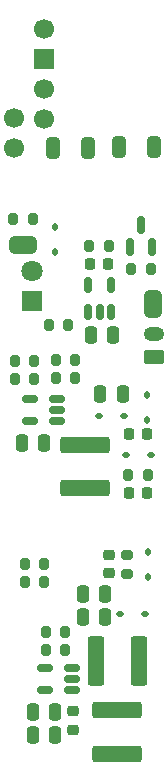
<source format=gbr>
%TF.GenerationSoftware,KiCad,Pcbnew,9.0.5*%
%TF.CreationDate,2025-10-29T22:06:58+01:00*%
%TF.ProjectId,GB_DMG_PSU,47425f44-4d47-45f5-9053-552e6b696361,rev?*%
%TF.SameCoordinates,Original*%
%TF.FileFunction,Soldermask,Top*%
%TF.FilePolarity,Negative*%
%FSLAX46Y46*%
G04 Gerber Fmt 4.6, Leading zero omitted, Abs format (unit mm)*
G04 Created by KiCad (PCBNEW 9.0.5) date 2025-10-29 22:06:58*
%MOMM*%
%LPD*%
G01*
G04 APERTURE LIST*
G04 Aperture macros list*
%AMRoundRect*
0 Rectangle with rounded corners*
0 $1 Rounding radius*
0 $2 $3 $4 $5 $6 $7 $8 $9 X,Y pos of 4 corners*
0 Add a 4 corners polygon primitive as box body*
4,1,4,$2,$3,$4,$5,$6,$7,$8,$9,$2,$3,0*
0 Add four circle primitives for the rounded corners*
1,1,$1+$1,$2,$3*
1,1,$1+$1,$4,$5*
1,1,$1+$1,$6,$7*
1,1,$1+$1,$8,$9*
0 Add four rect primitives between the rounded corners*
20,1,$1+$1,$2,$3,$4,$5,0*
20,1,$1+$1,$4,$5,$6,$7,0*
20,1,$1+$1,$6,$7,$8,$9,0*
20,1,$1+$1,$8,$9,$2,$3,0*%
%AMFreePoly0*
4,1,23,0.500000,-0.750000,0.000000,-0.750000,0.000000,-0.745722,-0.065263,-0.745722,-0.191342,-0.711940,-0.304381,-0.646677,-0.396677,-0.554381,-0.461940,-0.441342,-0.495722,-0.315263,-0.495722,-0.250000,-0.500000,-0.250000,-0.500000,0.250000,-0.495722,0.250000,-0.495722,0.315263,-0.461940,0.441342,-0.396677,0.554381,-0.304381,0.646677,-0.191342,0.711940,-0.065263,0.745722,0.000000,0.745722,
0.000000,0.750000,0.500000,0.750000,0.500000,-0.750000,0.500000,-0.750000,$1*%
%AMFreePoly1*
4,1,23,0.000000,0.745722,0.065263,0.745722,0.191342,0.711940,0.304381,0.646677,0.396677,0.554381,0.461940,0.441342,0.495722,0.315263,0.495722,0.250000,0.500000,0.250000,0.500000,-0.250000,0.495722,-0.250000,0.495722,-0.315263,0.461940,-0.441342,0.396677,-0.554381,0.304381,-0.646677,0.191342,-0.711940,0.065263,-0.745722,0.000000,-0.745722,0.000000,-0.750000,-0.500000,-0.750000,
-0.500000,0.750000,0.000000,0.750000,0.000000,0.745722,0.000000,0.745722,$1*%
G04 Aperture macros list end*
%ADD10RoundRect,0.250000X0.250000X0.475000X-0.250000X0.475000X-0.250000X-0.475000X0.250000X-0.475000X0*%
%ADD11RoundRect,0.225000X-0.225000X-0.250000X0.225000X-0.250000X0.225000X0.250000X-0.225000X0.250000X0*%
%ADD12RoundRect,0.112500X-0.112500X0.187500X-0.112500X-0.187500X0.112500X-0.187500X0.112500X0.187500X0*%
%ADD13RoundRect,0.112500X0.112500X-0.187500X0.112500X0.187500X-0.112500X0.187500X-0.112500X-0.187500X0*%
%ADD14RoundRect,0.200000X-0.200000X-0.275000X0.200000X-0.275000X0.200000X0.275000X-0.200000X0.275000X0*%
%ADD15RoundRect,0.112500X-0.187500X-0.112500X0.187500X-0.112500X0.187500X0.112500X-0.187500X0.112500X0*%
%ADD16RoundRect,0.249999X1.850001X-0.450001X1.850001X0.450001X-1.850001X0.450001X-1.850001X-0.450001X0*%
%ADD17C,1.700000*%
%ADD18RoundRect,0.250000X-0.325000X-0.650000X0.325000X-0.650000X0.325000X0.650000X-0.325000X0.650000X0*%
%ADD19RoundRect,0.250000X-0.250000X-0.475000X0.250000X-0.475000X0.250000X0.475000X-0.250000X0.475000X0*%
%ADD20RoundRect,0.150000X0.150000X-0.587500X0.150000X0.587500X-0.150000X0.587500X-0.150000X-0.587500X0*%
%ADD21RoundRect,0.200000X0.200000X0.275000X-0.200000X0.275000X-0.200000X-0.275000X0.200000X-0.275000X0*%
%ADD22RoundRect,0.249999X0.450001X1.850001X-0.450001X1.850001X-0.450001X-1.850001X0.450001X-1.850001X0*%
%ADD23R,1.700000X1.700000*%
%ADD24RoundRect,0.225000X0.250000X-0.225000X0.250000X0.225000X-0.250000X0.225000X-0.250000X-0.225000X0*%
%ADD25R,1.800000X1.800000*%
%ADD26C,1.800000*%
%ADD27RoundRect,0.200000X-0.275000X0.200000X-0.275000X-0.200000X0.275000X-0.200000X0.275000X0.200000X0*%
%ADD28RoundRect,0.225000X-0.250000X0.225000X-0.250000X-0.225000X0.250000X-0.225000X0.250000X0.225000X0*%
%ADD29RoundRect,0.150000X0.512500X0.150000X-0.512500X0.150000X-0.512500X-0.150000X0.512500X-0.150000X0*%
%ADD30RoundRect,0.225000X0.225000X0.250000X-0.225000X0.250000X-0.225000X-0.250000X0.225000X-0.250000X0*%
%ADD31RoundRect,0.112500X0.187500X0.112500X-0.187500X0.112500X-0.187500X-0.112500X0.187500X-0.112500X0*%
%ADD32FreePoly0,0.000000*%
%ADD33FreePoly1,0.000000*%
%ADD34FreePoly0,270.000000*%
%ADD35FreePoly1,270.000000*%
%ADD36RoundRect,0.150000X0.150000X-0.512500X0.150000X0.512500X-0.150000X0.512500X-0.150000X-0.512500X0*%
%ADD37RoundRect,0.250000X0.625000X-0.350000X0.625000X0.350000X-0.625000X0.350000X-0.625000X-0.350000X0*%
%ADD38O,1.750000X1.200000*%
G04 APERTURE END LIST*
%TO.C,JP1*%
G36*
X71350000Y-44750000D02*
G01*
X71650000Y-44750000D01*
X71650000Y-46250000D01*
X71350000Y-46250000D01*
X71350000Y-44750000D01*
G37*
%TO.C,JP2*%
G36*
X83250000Y-50350000D02*
G01*
X81750000Y-50350000D01*
X81750000Y-50650000D01*
X83250000Y-50650000D01*
X83250000Y-50350000D01*
G37*
%TD*%
D10*
%TO.C,C14*%
X79950000Y-58100000D03*
X78050000Y-58100000D03*
%TD*%
D11*
%TO.C,C15*%
X80475000Y-66500000D03*
X82025000Y-66500000D03*
%TD*%
D12*
%TO.C,D7*%
X82050000Y-71475000D03*
X82050000Y-73575000D03*
%TD*%
D13*
%TO.C,D3*%
X74250000Y-46050000D03*
X74250000Y-43950000D03*
%TD*%
D14*
%TO.C,R9*%
X70808348Y-55345826D03*
X72458348Y-55345826D03*
%TD*%
D15*
%TO.C,D1*%
X79700000Y-76750000D03*
X81800000Y-76750000D03*
%TD*%
D16*
%TO.C,L5*%
X76750000Y-66100000D03*
X76750000Y-62400000D03*
%TD*%
D17*
%TO.C,J4*%
X70750000Y-37250000D03*
%TD*%
D18*
%TO.C,C3*%
X79625000Y-37200000D03*
X82575000Y-37200000D03*
%TD*%
D19*
%TO.C,C12*%
X71416652Y-62250000D03*
X73316652Y-62250000D03*
%TD*%
D10*
%TO.C,C4*%
X78450000Y-75000000D03*
X76550000Y-75000000D03*
%TD*%
D11*
%TO.C,C13*%
X80475000Y-61500000D03*
X82025000Y-61500000D03*
%TD*%
D14*
%TO.C,R4*%
X73675000Y-52250000D03*
X75325000Y-52250000D03*
%TD*%
D20*
%TO.C,Q1*%
X80550000Y-45687500D03*
X82450000Y-45687500D03*
X81500000Y-43812500D03*
%TD*%
D21*
%TO.C,R5*%
X82325000Y-47500000D03*
X80675000Y-47500000D03*
%TD*%
D22*
%TO.C,L4*%
X81350000Y-80750000D03*
X77650000Y-80750000D03*
%TD*%
D18*
%TO.C,C10*%
X74025000Y-37250000D03*
X76975000Y-37250000D03*
%TD*%
D17*
%TO.C,J2*%
X73250000Y-34810000D03*
X73250000Y-32270000D03*
D23*
X73250000Y-29730000D03*
D17*
X73250000Y-27190000D03*
%TD*%
D14*
%TO.C,RV1*%
X70675000Y-43250000D03*
X72325000Y-43250000D03*
%TD*%
D24*
%TO.C,C5*%
X78800000Y-73300000D03*
X78800000Y-71750000D03*
%TD*%
D25*
%TO.C,D2*%
X72250000Y-50270000D03*
D26*
X72250000Y-47730000D03*
%TD*%
D17*
%TO.C,J1*%
X70750000Y-34750000D03*
%TD*%
D14*
%TO.C,R12*%
X74291652Y-56750000D03*
X75941652Y-56750000D03*
%TD*%
D19*
%TO.C,C16*%
X77250000Y-53100000D03*
X79150000Y-53100000D03*
%TD*%
D14*
%TO.C,R8*%
X71675000Y-72500000D03*
X73325000Y-72500000D03*
%TD*%
D27*
%TO.C,R14*%
X80300000Y-71700000D03*
X80300000Y-73350000D03*
%TD*%
D28*
%TO.C,C9*%
X75750000Y-84975000D03*
X75750000Y-86525000D03*
%TD*%
D29*
%TO.C,U3*%
X75637500Y-83200000D03*
X75637500Y-82250000D03*
X75637500Y-81300000D03*
X73362500Y-81300000D03*
X73362500Y-83200000D03*
%TD*%
D14*
%TO.C,R1*%
X73425000Y-79750000D03*
X75075000Y-79750000D03*
%TD*%
D29*
%TO.C,U2*%
X74391652Y-60400000D03*
X74391652Y-59450000D03*
X74391652Y-58500000D03*
X72116652Y-58500000D03*
X72116652Y-60400000D03*
%TD*%
D19*
%TO.C,C11*%
X72350000Y-85000000D03*
X74250000Y-85000000D03*
%TD*%
D21*
%TO.C,R7*%
X75075000Y-78250000D03*
X73425000Y-78250000D03*
%TD*%
D30*
%TO.C,C18*%
X78725000Y-47112500D03*
X77175000Y-47112500D03*
%TD*%
D10*
%TO.C,C2*%
X78450000Y-77000000D03*
X76550000Y-77000000D03*
%TD*%
D14*
%TO.C,R13*%
X80425000Y-65000000D03*
X82075000Y-65000000D03*
%TD*%
D31*
%TO.C,D5*%
X82350000Y-63250000D03*
X80250000Y-63250000D03*
%TD*%
D14*
%TO.C,R10*%
X70808348Y-56845826D03*
X72458348Y-56845826D03*
%TD*%
D21*
%TO.C,R11*%
X75941652Y-55250000D03*
X74291652Y-55250000D03*
%TD*%
D14*
%TO.C,R3*%
X71675000Y-74000000D03*
X73325000Y-74000000D03*
%TD*%
D19*
%TO.C,C1*%
X72350000Y-87000000D03*
X74250000Y-87000000D03*
%TD*%
D31*
%TO.C,D4*%
X80050000Y-60000000D03*
X77950000Y-60000000D03*
%TD*%
D32*
%TO.C,JP1*%
X70850000Y-45500000D03*
D33*
X72150000Y-45500000D03*
%TD*%
D34*
%TO.C,JP2*%
X82500000Y-49850000D03*
D35*
X82500000Y-51150000D03*
%TD*%
D16*
%TO.C,L3*%
X79500000Y-88600000D03*
X79500000Y-84900000D03*
%TD*%
D36*
%TO.C,U4*%
X77050000Y-51137500D03*
X78000000Y-51137500D03*
X78950000Y-51137500D03*
X78950000Y-48862500D03*
X77050000Y-48862500D03*
%TD*%
D12*
%TO.C,D6*%
X82000000Y-58200000D03*
X82000000Y-60300000D03*
%TD*%
D14*
%TO.C,R6*%
X77125000Y-45612500D03*
X78775000Y-45612500D03*
%TD*%
D37*
%TO.C,J3*%
X82600000Y-55000000D03*
D38*
X82600000Y-53000000D03*
%TD*%
M02*

</source>
